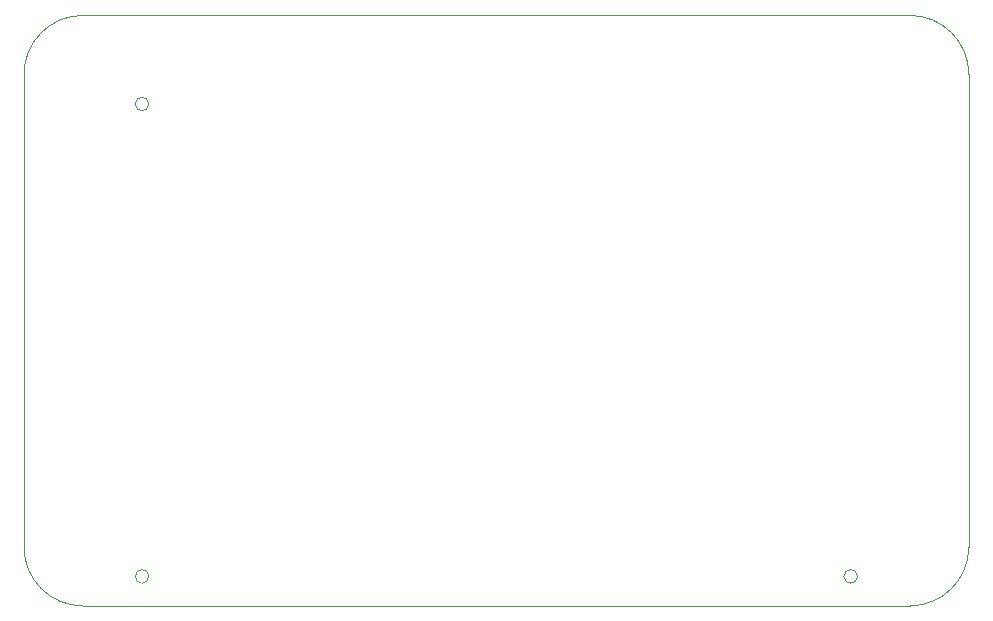
<source format=gbr>
G04 #@! TF.GenerationSoftware,KiCad,Pcbnew,(5.1.5)-3*
G04 #@! TF.CreationDate,2020-06-26T03:51:20+02:00*
G04 #@! TF.ProjectId,HadesNT,48616465-734e-4542-9e6b-696361645f70,rev?*
G04 #@! TF.SameCoordinates,Original*
G04 #@! TF.FileFunction,Profile,NP*
%FSLAX46Y46*%
G04 Gerber Fmt 4.6, Leading zero omitted, Abs format (unit mm)*
G04 Created by KiCad (PCBNEW (5.1.5)-3) date 2020-06-26 03:51:20*
%MOMM*%
%LPD*%
G04 APERTURE LIST*
%ADD10C,0.050000*%
G04 APERTURE END LIST*
D10*
X30576000Y-27500000D02*
G75*
G03X30576000Y-27500000I-576000J0D01*
G01*
X90576000Y-67500000D02*
G75*
G03X90576000Y-67500000I-576000J0D01*
G01*
X30576000Y-67500000D02*
G75*
G03X30576000Y-67500000I-576000J0D01*
G01*
X25000000Y-70000000D02*
G75*
G02X20000000Y-65000000I0J5000000D01*
G01*
X100000000Y-65000000D02*
G75*
G02X95000000Y-70000000I-5000000J0D01*
G01*
X95000000Y-20000000D02*
G75*
G02X100000000Y-25000000I0J-5000000D01*
G01*
X20000000Y-25000000D02*
G75*
G02X25000000Y-20000000I5000000J0D01*
G01*
X20000000Y-65000000D02*
X20000000Y-25000000D01*
X95000000Y-70000000D02*
X25000000Y-70000000D01*
X100000000Y-25000000D02*
X100000000Y-65000000D01*
X25000000Y-20000000D02*
X95000000Y-20000000D01*
M02*

</source>
